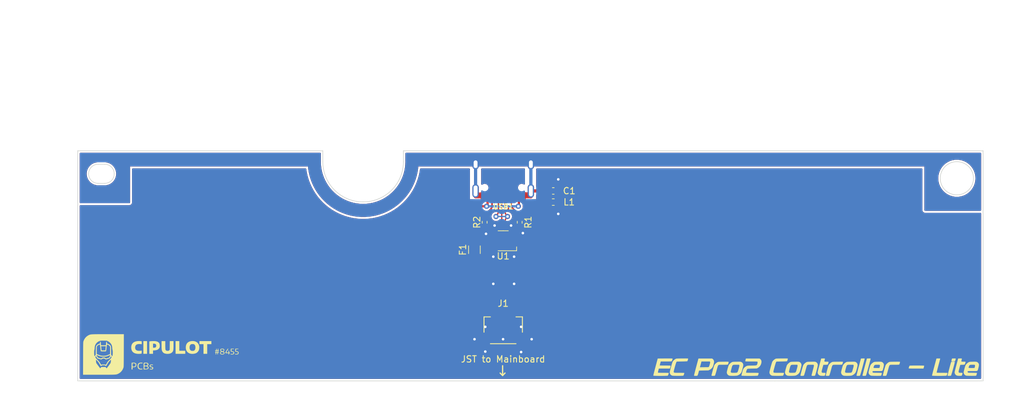
<source format=kicad_pcb>
(kicad_pcb (version 20221018) (generator pcbnew)
  (title_block (title "EC_Pro2_Controller_Lite") (date "2023-11-17") (rev "1.0") (company "LU.SV Solutions") (comment 1 "Cipulot PCB Design") (comment 2 "Cipulot") (comment 3 "GNU General Public License v3.0 "))
  (layers (0 "F.Cu" signal) (31 "B.Cu" signal) (34 "B.Paste" user) (35 "F.Paste" user) (36 "B.SilkS" user "B.Silkscreen") (37 "F.SilkS" user "F.Silkscreen") (38 "B.Mask" user) (39 "F.Mask" user) (44 "Edge.Cuts" user))
  (net 0 "")
  (net 1 "+5V")
  (net 2 "VBUS")
  (net 3 "D-")
  (net 4 "D+")
  (net 5 "GND")
  (net 6 "Net-(R1-Pad2)")
  (net 7 "Net-(R2-Pad1)")
  (net 12 "GNDPWR")
  (footprint "LOGO" (layer "F.Cu") (at 143.2 84.8)
    (fp_text reference "G***" hide)
    (fp_text value "LOGO" hide)
  )
  (footprint "LOGO" (layer "F.Cu") (at 40.8 82.8)
    (fp_text reference "G***" hide)
    (fp_text value "LOGO" hide)
  )
  (footprint "cipulot_parts:JST-SR-4" (layer "F.Cu") (at 94.295 78.480496)
    (fp_text reference "J1" (at 0 -3.6625) (layer "F.SilkS"))
    (fp_text value "JST")
    (pad "" smd rect (at -2.8 1.9375) (size 1.2 1.8) (layers "F.Cu" "F.Paste" "F.Mask") (net 5 "GND"))
    (pad "" smd rect (at 2.8 1.9375) (size 1.2 1.8) (layers "F.Cu" "F.Paste" "F.Mask") (net 5 "GND"))
    (pad "1" smd rect (at -1.5 -1.9375) (size 0.6 1.55) (layers "F.Cu" "F.Paste" "F.Mask") (net 1 "+5V"))
    (pad "2" smd rect (at -0.5 -1.9375) (size 0.6 1.55) (layers "F.Cu" "F.Paste" "F.Mask") (net 3 "D-"))
    (pad "3" smd rect (at 0.5 -1.9375) (size 0.6 1.55) (layers "F.Cu" "F.Paste" "F.Mask") (net 4 "D+"))
    (pad "4" smd rect (at 1.5 -1.9375) (size 0.6 1.55) (layers "F.Cu" "F.Paste" "F.Mask") (net 5 "GND"))
  )
  (footprint "cipulot_parts:SOT-23-6-routable" (layer "F.Cu") (at 94.295 65.011569 180)
    (fp_text reference "U1" (at 0 -2.4 180) (layer "F.SilkS"))
    (fp_text value "SRV05-4")
    (pad "1" smd roundrect (at -1.175 -0.95 180) (size 1.25 0.6) (layers "F.Cu" "F.Paste" "F.Mask") (net 4 "D+"))
    (pad "2" smd roundrect (at -1.175 0 180) (size 1.25 0.6) (layers "F.Cu" "F.Paste" "F.Mask") (net 12 "GNDPWR"))
    (pad "3" smd roundrect (at -1.175 0.95 180) (size 1.25 0.6) (layers "F.Cu" "F.Paste" "F.Mask"))
    (pad "4" smd roundrect (at 1.175 0.95 180) (size 1.25 0.6) (layers "F.Cu" "F.Paste" "F.Mask"))
    (pad "5" smd roundrect (at 1.175 0 180) (size 1.25 0.6) (layers "F.Cu" "F.Paste" "F.Mask") (net 2 "VBUS"))
    (pad "6" smd roundrect (at 1.175 -0.95 180) (size 1.25 0.6) (layers "F.Cu" "F.Paste" "F.Mask") (net 3 "D-"))
  )
  (footprint "cipulot_parts:HRO-TYPE-C-31-M-12-Assembly" (layer "F.Cu") (at 94.3 50.428719 180)
    (fp_text reference "USB1" (at 0 -9.25) (layer "F.SilkS") (effects (font (size 0.8 0.8))))
    (fp_text value "HRO-TYPE-C-31-M-12")
    (pad "" np_thru_hole circle (at -2.89 -6.25 180) (size 0.65 0.65) (drill 0.65) (layers "*.Cu" "*.Mask"))
    (pad "" np_thru_hole circle (at 2.89 -6.25 180) (size 0.65 0.65) (drill 0.65) (layers "*.Cu" "*.Mask"))
    (pad "1" smd rect (at -3.225 -7.695 180) (size 0.6 1.45) (layers "F.Cu" "F.Paste" "F.Mask") (net 12 "GNDPWR"))
    (pad "2" smd rect (at -2.45 -7.695 180) (size 0.6 1.45) (layers "F.Cu" "F.Paste" "F.Mask") (net 2 "VBUS"))
    (pad "3" smd rect (at -1.75 -7.695 180) (size 0.3 1.45) (layers "F.Cu" "F.Paste" "F.Mask"))
    (pad "4" smd rect (at -1.25 -7.695 180) (size 0.3 1.45) (layers "F.Cu" "F.Paste" "F.Mask") (net 6 "Net-(R1-Pad2)"))
    (pad "5" smd rect (at -0.75 -7.695 180) (size 0.3 1.45) (layers "F.Cu" "F.Paste" "F.Mask") (net 3 "D-"))
    (pad "6" smd rect (at -0.25 -7.695 180) (size 0.3 1.45) (layers "F.Cu" "F.Paste" "F.Mask") (net 4 "D+"))
    (pad "7" smd rect (at 0.25 -7.695 180) (size 0.3 1.45) (layers "F.Cu" "F.Paste" "F.Mask") (net 3 "D-"))
    (pad "8" smd rect (at 0.75 -7.695 180) (size 0.3 1.45) (layers "F.Cu" "F.Paste" "F.Mask") (net 4 "D+"))
    (pad "9" smd rect (at 1.25 -7.695 180) (size 0.3 1.45) (layers "F.Cu" "F.Paste" "F.Mask"))
    (pad "10" smd rect (at 1.75 -7.695 180) (size 0.3 1.45) (layers "F.Cu" "F.Paste" "F.Mask") (net 7 "Net-(R2-Pad1)"))
    (pad "11" smd rect (at 2.45 -7.695 180) (size 0.6 1.45) (layers "F.Cu" "F.Paste" "F.Mask") (net 2 "VBUS"))
    (pad "12" smd rect (at 3.225 -7.695 180) (size 0.6 1.45) (layers "F.Cu" "F.Paste" "F.Mask") (net 12 "GNDPWR"))
    (pad "13" thru_hole oval (at -4.32 -6.78 180) (size 1 2.1) (drill oval 0.6 1.7) (layers "*.Cu" "*.Mask") (net 12 "GNDPWR"))
    (pad "13" thru_hole oval (at -4.32 -2.6 180) (size 1 1.6) (drill oval 0.6 1.2) (layers "*.Cu" "*.Mask") (net 12 "GNDPWR"))
    (pad "13" thru_hole oval (at 4.32 -6.78 180) (size 1 2.1) (drill oval 0.6 1.7) (layers "*.Cu" "*.Mask") (net 12 "GNDPWR"))
    (pad "13" thru_hole oval (at 4.32 -2.6 180) (size 1 1.6) (drill oval 0.6 1.2) (layers "*.Cu" "*.Mask") (net 12 "GNDPWR"))
  )
  (footprint "Resistor_SMD:R_0402_1005Metric" (layer "F.Cu") (at 91.4 62.11 -90)
    (fp_text reference "R2" (at 0 1.2 -90) (layer "F.SilkS"))
    (fp_text value "5.1k")
    (pad "1" smd roundrect (at -0.51 0 270) (size 0.54 0.64) (layers "F.Cu" "F.Paste" "F.Mask") (net 7 "Net-(R2-Pad1)"))
    (pad "2" smd roundrect (at 0.51 0 270) (size 0.54 0.64) (layers "F.Cu" "F.Paste" "F.Mask") (net 5 "GND"))
  )
  (footprint "Resistor_SMD:R_0402_1005Metric" (layer "F.Cu") (at 96.875 62.108719 90)
    (fp_text reference "R1" (at 0 1.325 90) (layer "F.SilkS"))
    (fp_text value "5.1k")
    (pad "1" smd roundrect (at -0.51 0 90) (size 0.54 0.64) (layers "F.Cu" "F.Paste" "F.Mask") (net 5 "GND"))
    (pad "2" smd roundrect (at 0.51 0 90) (size 0.54 0.64) (layers "F.Cu" "F.Paste" "F.Mask") (net 6 "Net-(R1-Pad2)"))
  )
  (footprint "Inductor_SMD:L_0603_1608Metric" (layer "F.Cu") (at 102.12 58.958719)
    (fp_text reference "L1" (at 2.48 0) (layer "F.SilkS"))
    (fp_text value "220 @ 100MHz, 2A")
    (pad "1" smd roundrect (at -0.7875 0) (size 0.875 0.95) (layers "F.Cu" "F.Paste" "F.Mask") (net 12 "GNDPWR"))
    (pad "2" smd roundrect (at 0.7875 0) (size 0.875 0.95) (layers "F.Cu" "F.Paste" "F.Mask") (net 5 "GND"))
  )
  (footprint "Capacitor_SMD:C_0603_1608Metric" (layer "F.Cu") (at 102.12 57.208719)
    (fp_text reference "C1" (at 2.5 0) (layer "F.SilkS"))
    (fp_text value "100n")
    (pad "1" smd roundrect (at -0.775 0) (size 0.9 0.95) (layers "F.Cu" "F.Paste" "F.Mask") (net 12 "GNDPWR"))
    (pad "2" smd roundrect (at 0.775 0) (size 0.9 0.95) (layers "F.Cu" "F.Paste" "F.Mask") (net 5 "GND"))
  )
  (footprint "Fuse:Fuse_1206_3216Metric" (layer "F.Cu") (at 89.8 66.41 90)
    (fp_text reference "F1" (at 0 -1.82 90) (layer "F.SilkS"))
    (fp_text value "500mA")
    (pad "1" smd roundrect (at -1.4 0 90) (size 1.25 1.75) (layers "F.Cu" "F.Paste" "F.Mask") (roundrect_rratio 0.2) (net 1 "+5V"))
    (pad "2" smd roundrect (at 1.4 0 90) (size 1.25 1.75) (layers "F.Cu" "F.Paste" "F.Mask") (roundrect_rratio 0.2) (net 2 "VBUS"))
  )
  (gr_line (start 136.75 86.928719) (end 136.8 86.928719) (stroke (width 0.1)) (layer "F.SilkS"))
  (gr_line (start 78.7 52.628719) (end 78.7 50.928719) (stroke (width 0.1)) (layer "Edge.Cuts"))
  (gr_line (start 27.8 50.928719) (end 66.1 50.928719) (stroke (width 0.1)) (layer "Edge.Cuts"))
  (gr_arc (start 33.5 54.528719) (mid 33.06066 55.589379) (end 32 56.028719) (stroke (width 0.1)) (layer "Edge.Cuts"))
  (gr_arc (start 31 56.028719) (mid 29.93934 55.589379) (end 29.5 54.528719) (stroke (width 0.1)) (layer "Edge.Cuts"))
  (gr_line (start 169.3 50.928719) (end 169.3 86.928719) (stroke (width 0.1)) (layer "Edge.Cuts"))
  (gr_arc (start 72.4 58.928719) (mid 67.945227 57.083492) (end 66.1 52.628719) (stroke (width 0.1)) (layer "Edge.Cuts"))
  (gr_line (start 32 53.028719) (end 31 53.028719) (stroke (width 0.1)) (layer "Edge.Cuts"))
  (gr_arc (start 29.5 54.528719) (mid 29.93934 53.468059) (end 31 53.028719) (stroke (width 0.1)) (layer "Edge.Cuts"))
  (gr_line (start 31 56.028719) (end 32 56.028719) (stroke (width 0.1)) (layer "Edge.Cuts"))
  (gr_line (start 169.3 86.928719) (end 27.8 86.928719) (stroke (width 0.1)) (layer "Edge.Cuts"))
  (gr_line (start 66.1 50.928719) (end 66.1 52.628719) (stroke (width 0.1)) (layer "Edge.Cuts"))
  (gr_arc (start 32 53.028719) (mid 33.06066 53.468059) (end 33.5 54.528719) (stroke (width 0.1)) (layer "Edge.Cuts"))
  (gr_arc (start 78.7 52.628719) (mid 76.854773 57.083492) (end 72.4 58.928719) (stroke (width 0.1)) (layer "Edge.Cuts"))
  (gr_line (start 27.8 86.928719) (end 27.8 50.928719) (stroke (width 0.1)) (layer "Edge.Cuts"))
  (gr_line (start 78.7 50.928719) (end 169.3 50.928719) (stroke (width 0.1)) (layer "Edge.Cuts"))
  (gr_circle (center 165.2 55.228719) (end 167.8 55.228719) (stroke (width 0.1)) (fill none) (layer "Edge.Cuts"))
  (gr_text "JST to Mainboard\n" (at 94.276145 83.538519) (layer "F.SilkS") (effects (font (size 1 1))))
  (gr_text "↓" (at 94.20173 85.175638) (layer "F.SilkS") (effects (font (size 2 2) (thickness 0.2))))
  (segment (start 92.795 74.773427) (end 92.795 76.542996) (width 0.35) (layer "F.Cu") (net 1))
  (segment (start 89.8 67.81) (end 89.8 70.121573) (width 0.35) (layer "F.Cu") (net 1))
  (segment (start 90.385787 71.535787) (end 92.209214 73.359214) (width 0.35) (layer "F.Cu") (net 1))
  (arc (start 90.385787 71.535787) (mid 89.952241 70.88694) (end 89.8 70.121573) (width 0.35) (layer "F.Cu") (net 1))
  (arc (start 92.795 74.773427) (mid 92.642759 74.00806) (end 92.209214 73.359214) (width 0.35) (layer "F.Cu") (net 1))
  (segment (start 90.1 65.01) (end 90.59 65.01) (width 0.35) (layer "F.Cu") (net 2))
  (segment (start 89.8 60.612004) (end 89.8 65.01) (width 0.35) (layer "F.Cu") (net 2))
  (segment (start 90.101569 65.011569) (end 90.1 65.01) (width 0.35) (layer "F.Cu") (net 2))
  (segment (start 91.85 59.249872) (end 91.85 58.123719) (width 0.35) (layer "F.Cu") (net 2))
  (segment (start 91.7 59.612004) (end 90.8 59.612004) (width 0.35) (layer "F.Cu") (net 2))
  (segment (start 93.12 65.011569) (end 90.101569 65.011569) (width 0.35) (layer "F.Cu") (net 2))
  (segment (start 96.75 59.394725) (end 96.75 58.123719) (width 0.35) (layer "F.Cu") (net 2))
  (via (at 91.7 59.612004) (size 0.8) (drill 0.4) (layers "F.Cu" "B.Cu") (net 2))
  (via (at 96.66 59.612004) (size 0.8) (drill 0.4) (layers "F.Cu" "B.Cu") (net 2))
  (arc (start 89.8 60.612004) (mid 90.092893 59.904897) (end 90.8 59.612004) (width 0.35) (layer "F.Cu") (net 2))
  (arc (start 96.66 59.612004) (mid 96.72661 59.512315) (end 96.75 59.394725) (width 0.35) (layer "F.Cu") (net 2))
  (arc (start 91.7 59.612004) (mid 91.811017 59.445856) (end 91.85 59.249872) (width 0.35) (layer "F.Cu") (net 2))
  (segment (start 96.75 59.612004) (end 91.7 59.612004) (width 0.35) (layer "B.Cu") (net 2))
  (segment (start 93.44715 65.961569) (end 93.923554 65.485165) (width 0.2) (layer "F.Cu") (net 3))
  (segment (start 94.07 65.131612) (end 94.07 58.172003) (width 0.2) (layer "F.Cu") (net 3))
  (segment (start 94.05 58.123719) (end 94.05 57) (width 0.2) (layer "F.Cu") (net 3))
  (segment (start 93.12 65.961569) (end 93.44715 65.961569) (width 0.2) (layer "F.Cu") (net 3))
  (segment (start 93.12 65.961569) (end 93.441569 65.961569) (width 0.2) (layer "F.Cu") (net 3))
  (segment (start 94.35 56.7) (end 94.75 56.7) (width 0.2) (layer "F.Cu") (net 3))
  (segment (start 93.441569 65.961569) (end 93.777107 66.297107) (width 0.2) (layer "F.Cu") (net 3))
  (segment (start 95.05 57) (end 95.05 58.123719) (width 0.2) (layer "F.Cu") (net 3))
  (segment (start 93.952842 75.222653) (end 93.912157 75.263338) (width 0.2) (layer "F.Cu") (net 3))
  (segment (start 94.07 67.004214) (end 94.07 74.93981) (width 0.2) (layer "F.Cu") (net 3))
  (segment (start 94.05 58.123719) (end 94.07 58.143719) (width 0.2) (layer "F.Cu") (net 3))
  (segment (start 93.795 75.54618) (end 93.795 76.542996) (width 0.2) (layer "F.Cu") (net 3))
  (arc (start 94.07 67.004214) (mid 93.99388 66.621531) (end 93.777107 66.297107) (width 0.2) (layer "F.Cu") (net 3))
  (arc (start 94.75 56.7) (mid 94.962132 56.787868) (end 95.05 57) (width 0.2) (layer "F.Cu") (net 3))
  (arc (start 94.35 56.7) (mid 94.137868 56.787868) (end 94.05 57) (width 0.2) (layer "F.Cu") (net 3))
  (arc (start 93.795 75.54618) (mid 93.825448 75.393107) (end 93.912157 75.263338) (width 0.2) (layer "F.Cu") (net 3))
  (arc (start 94.07 74.93981) (mid 94.039552 75.092884) (end 93.952842 75.222653) (width 0.2) (layer "F.Cu") (net 3))
  (arc (start 94.07 65.131612) (mid 94.03194 65.322953) (end 93.923554 65.485165) (width 0.2) (layer "F.Cu") (net 3))
  (arc (start 94.07 58.172003) (mid 94.064802 58.145872) (end 94.05 58.123719) (width 0.2) (layer "F.Cu") (net 3))
  (segment (start 95.148431 65.961569) (end 94.812893 66.297107) (width 0.2) (layer "F.Cu") (net 4))
  (segment (start 94.52 58.153719) (end 94.55 58.123719) (width 0.2) (layer "F.Cu") (net 4))
  (segment (start 94.795 75.54618) (end 94.795 76.542996) (width 0.2) (layer "F.Cu") (net 4))
  (segment (start 94.666447 65.485166) (end 95.14285 65.961569) (width 0.2) (layer "F.Cu") (net 4))
  (segment (start 95.47 65.961569) (end 95.148431 65.961569) (width 0.2) (layer "F.Cu") (net 4))
  (segment (start 94.52 62.295115) (end 94.52 65.131612) (width 0.2) (layer "F.Cu") (net 4))
  (segment (start 94.637158 75.222653) (end 94.677843 75.263338) (width 0.2) (layer "F.Cu") (net 4))
  (segment (start 94.52 67.004214) (end 94.52 74.93981) (width 0.2) (layer "F.Cu") (net 4))
  (segment (start 93.55 58.123719) (end 93.55 60.291318) (width 0.2) (layer "F.Cu") (net 4))
  (segment (start 94.52 60.122323) (end 94.52 58.196145) (width 0.2) (layer "F.Cu") (net 4))
  (segment (start 95.14285 65.961569) (end 95.47 65.961569) (width 0.2) (layer "F.Cu") (net 4))
  (via (at 94.97 61.208719) (size 0.8) (drill 0.4) (layers "F.Cu" "B.Cu") (net 4))
  (via (at 93.17 61.208719) (size 0.8) (drill 0.4) (layers "F.Cu" "B.Cu") (net 4))
  (arc (start 93.55 60.291318) (mid 93.451241 60.787812) (end 93.17 61.208719) (width 0.2) (layer "F.Cu") (net 4))
  (arc (start 94.812893 66.297107) (mid 94.59612 66.62153) (end 94.52 67.004214) (width 0.2) (layer "F.Cu") (net 4))
  (arc (start 94.666447 65.485166) (mid 94.55806 65.322954) (end 94.52 65.131612) (width 0.2) (layer "F.Cu") (net 4))
  (arc (start 94.637158 75.222653) (mid 94.550449 75.092884) (end 94.52 74.93981) (width 0.2) (layer "F.Cu") (net 4))
  (arc (start 94.52 58.196145) (mid 94.527797 58.156949) (end 94.55 58.123719) (width 0.2) (layer "F.Cu") (net 4))
  (arc (start 94.677843 75.263338) (mid 94.764552 75.393107) (end 94.795 75.54618) (width 0.2) (layer "F.Cu") (net 4))
  (arc (start 94.97 61.208719) (mid 94.636951 60.710277) (end 94.52 60.122323) (width 0.2) (layer "F.Cu") (net 4))
  (arc (start 94.97 61.208719) (mid 94.636951 61.707161) (end 94.52 62.295115) (width 0.2) (layer "F.Cu") (net 4))
  (segment (start 93.17 61.208719) (end 94.97 61.208719) (width 0.2) (layer "B.Cu") (net 4))
  (via (at 92.95 62.625) (size 0.8) (drill 0.4) (layers "F.Cu" "B.Cu") (net 5))
  (via (at 97.095 78.478299) (size 0.8) (drill 0.4) (layers "F.Cu" "B.Cu") (net 5))
  (via (at 96 71.75) (size 0.8) (drill 0.4) (layers "F.Cu" "B.Cu") (net 5))
  (via (at 97.37 63.808719) (size 0.8) (drill 0.4) (layers "F.Cu" "B.Cu") (net 5))
  (via (at 89.811245 80.41255) (size 0.8) (drill 0.4) (layers "F.Cu" "B.Cu") (net 5))
  (via (at 91.61 63.92) (size 0.8) (drill 0.4) (layers "F.Cu" "B.Cu") (net 5))
  (via (at 94.276145 80.41255) (size 0.8) (drill 0.4) (layers "F.Cu" "B.Cu") (net 5))
  (via (at 97.095 82.422294) (size 0.8) (drill 0.4) (layers "F.Cu" "B.Cu") (net 5))
  (via (at 102.9 60.8) (size 0.8) (drill 0.4) (layers "F.Cu" "B.Cu") (net 5))
  (via (at 102.9 55.4) (size 0.8) (drill 0.4) (layers "F.Cu" "B.Cu") (net 5))
  (via (at 95.525 62.625) (size 0.8) (drill 0.4) (layers "F.Cu" "B.Cu") (net 5))
  (via (at 92.75 71.75) (size 0.8) (drill 0.4) (layers "F.Cu" "B.Cu") (net 5))
  (via (at 91.495 82.347879) (size 0.8) (drill 0.4) (layers "F.Cu" "B.Cu") (net 5))
  (via (at 91.495 78.478299) (size 0.8) (drill 0.4) (layers "F.Cu" "B.Cu") (net 5))
  (via (at 96 67.5) (size 0.8) (drill 0.4) (layers "F.Cu" "B.Cu") (net 5))
  (via (at 98.741045 80.41255) (size 0.8) (drill 0.4) (layers "F.Cu" "B.Cu") (net 5))
  (via (at 92.75 67.5) (size 0.8) (drill 0.4) (layers "F.Cu" "B.Cu") (net 5))
  (segment (start 95.55 58.123719) (end 95.55 59.492893) (width 0.25) (layer "F.Cu") (net 6))
  (segment (start 96.875 61.225) (end 96.875 61.598719) (width 0.25) (layer "F.Cu") (net 6))
  (segment (start 95.696447 59.846447) (end 96.733578 60.883578) (width 0.25) (layer "F.Cu") (net 6))
  (arc (start 95.55 59.492893) (mid 95.58806 59.684235) (end 95.696447 59.846447) (width 0.25) (layer "F.Cu") (net 6))
  (arc (start 96.733578 60.883578) (mid 96.838245 61.040224) (end 96.875 61.225) (width 0.25) (layer "F.Cu") (net 6))
  (segment (start 91.4 61.194454) (end 91.4 61.6) (width 0.25) (layer "F.Cu") (net 7))
  (segment (start 92.55 58.123719) (end 92.55 59.642893) (width 0.25) (layer "F.Cu") (net 7))
  (segment (start 92.403554 59.996446) (end 91.5375 60.8625) (width 0.25) (layer "F.Cu") (net 7))
  (arc (start 92.55 59.642893) (mid 92.51194 59.834234) (end 92.403554 59.996446) (width 0.25) (layer "F.Cu") (net 7))
  (arc (start 91.5375 60.8625) (mid 91.435735 61.014801) (end 91.4 61.194454) (width 0.25) (layer "F.Cu") (net 7))
  (segment (start 98.62 58.123719) (end 97.525 58.123719) (width 0.5) (layer "F.Cu") (net 12))
  (segment (start 97.525 58.123719) (end 97.525 59.656612) (width 0.35) (layer "F.Cu") (net 12))
  (segment (start 89.98 58.123719) (end 91.075 58.123719) (width 0.5) (layer "F.Cu") (net 12))
  (segment (start 97.525 57.708719) (end 98.415001 57.708719) (width 0.5) (layer "F.Cu") (net 12))
  (segment (start 97.57 65.011569) (end 95.47 65.011569) (width 0.35) (layer "F.Cu") (net 12))
  (segment (start 91.075 57.708719) (end 90.184999 57.708719) (width 0.5) (layer "F.Cu") (net 12))
  (segment (start 101.3325 57.221219) (end 101.345 57.208719) (width 0.5) (layer "F.Cu") (net 12))
  (segment (start 98.62 57.208719) (end 98.62 58.123719) (width 0.5) (layer "F.Cu") (net 12))
  (segment (start 98.57 61.115826) (end 98.57 64.011569) (width 0.35) (layer "F.Cu") (net 12))
  (segment (start 91.075 58.123719) (end 91.075 57.708719) (width 0.5) (layer "F.Cu") (net 12))
  (segment (start 89.98 57.208719) (end 89.98 58.123719) (width 0.5) (layer "F.Cu") (net 12))
  (segment (start 101.3325 58.958719) (end 101.3325 57.221219) (width 0.5) (layer "F.Cu") (net 12))
  (segment (start 97.671447 60.010166) (end 98.423554 60.762273) (width 0.35) (layer "F.Cu") (net 12))
  (segment (start 97.518453 57.695368) (end 98.408454 57.695368) (width 0.5) (layer "F.Cu") (net 12))
  (segment (start 90.184999 57.708719) (end 89.98 57.50372) (width 0.5) (layer "F.Cu") (net 12))
  (segment (start 101.345 57.208719) (end 98.62 57.208719) (width 0.5) (layer "F.Cu") (net 12))
  (segment (start 98.415001 57.708719) (end 98.62 57.50372) (width 0.5) (layer "F.Cu") (net 12))
  (segment (start 97.525 58.123719) (end 97.525 57.708719) (width 0.5) (layer "F.Cu") (net 12))
  (arc (start 98.423554 60.762273) (mid 98.53194 60.924485) (end 98.57 61.115826) (width 0.35) (layer "F.Cu") (net 12))
  (arc (start 98.57 64.011569) (mid 98.277107 64.718676) (end 97.57 65.011569) (width 0.35) (layer "F.Cu") (net 12))
  (arc (start 97.671447 60.010166) (mid 97.56306 59.847954) (end 97.525 59.656612) (width 0.35) (layer "F.Cu") (net 12))
  (segment (start 89.98 53.028719) (end 89.98 57.208719) (width 0.5) (layer "B.Cu") (net 12))
  (segment (start 98.62 53.028719) (end 98.62 57.208719) (width 0.5) (layer "B.Cu") (net 12))
  (zone (net 0) (net_name "") (layer "F.Cu") (connect_pads (clearance 0)) (min_thickness 0.254)
    (keepout (tracks allowed) (vias allowed) (pads allowed) (copperpour not_allowed) (footprints allowed))
    (fill (thermal_gap 0.508) (thermal_bridge_width 0.508))
    (polygon (pts (xy 91.52279 56.748739) (xy 97.0295 56.748739) (xy 97.0295 57.641713) (xy 91.52279 57.641713)))
  )
  (zone (net 5) (net_name "GND") (layers "F&B.Cu") (name "GND") (connect_pads (clearance 0.3)) (min_thickness 0.254) (fill yes (thermal_gap 0.508) (thermal_bridge_width 0.508) (island_removal_mode 1) (island_area_min 0))
    (polygon (pts (xy 169.531473 50.628719) (xy 27.531473 50.628719) (xy 27.531473 87.128719) (xy 169.531473 87.128719)))
  )
  (zone (net 0) (net_name "") (layers "F&B.Cu") (name "GND") (connect_pads (clearance 0)) (min_thickness 0.254)
    (keepout (tracks allowed) (vias allowed) (pads allowed) (copperpour not_allowed) (footprints allowed))
    (fill (thermal_gap 0.508) (thermal_bridge_width 0.508))
    (polygon (pts (xy 99.45 58.5) (xy 97.7 58.5) (xy 97.7 53.55) (xy 99.45 53.55)))
  )
  (zone (net 12) (net_name "GNDPWR") (layers "F&B.Cu") (name "SHIELD") (priority 1) (connect_pads yes (clearance 0.3)) (min_thickness 0.254) (fill yes (thermal_gap 0.508) (thermal_bridge_width 0.508))
    (polygon (pts (xy 35.981473 59.128719) (xy 27.731473 59.128719) (xy 27.731473 50.828719) (xy 169.381473 50.828719) (xy 169.381473 60.328719) (xy 160.118527 60.328719) (xy 160.118527 53.378719) (arc (start 81.031473 53.378719) (mid 72.406473 61.282075) (end 63.781473 53.378719)) (xy 35.981473 53.378719)))
  )
  (zone (net 0) (net_name "") (layers "F&B.Cu") (name "GND") (connect_pads (clearance 0)) (min_thickness 0.254)
    (keepout (tracks allowed) (vias allowed) (pads allowed) (copperpour not_allowed) (footprints allowed))
    (fill (thermal_gap 0.508) (thermal_bridge_width 0.508))
    (polygon (pts (xy 90.85 58.5) (xy 89.1 58.5) (xy 89.1 53.55) (xy 90.85 53.55)))
  )
)
</source>
